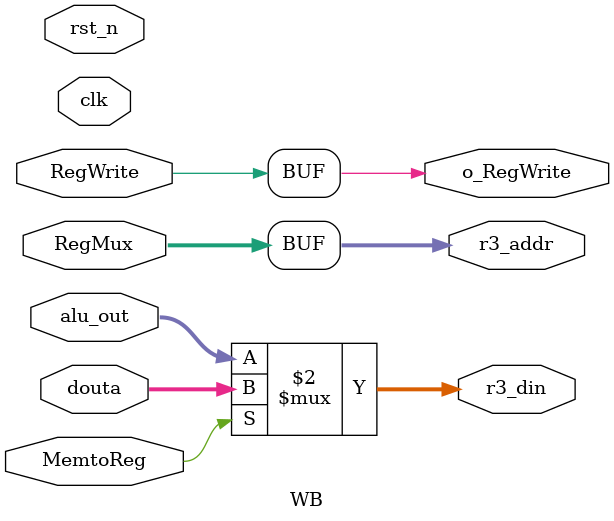
<source format=v>
`timescale 1ns / 1ps
module WB(
    input clk,
    input rst_n,
	 
    input [31:0] douta,
    input [31:0] alu_out,
	 input MemtoReg,
	 input RegWrite,
	 input [4:0] RegMux,
	 
	 output [31:0] r3_din,
	 output [4:0] r3_addr,
	 output o_RegWrite
    );
	 
	 
assign r3_din=(MemtoReg==0)?alu_out:douta;	
assign r3_addr=RegMux;
assign o_RegWrite=RegWrite;
endmodule

</source>
